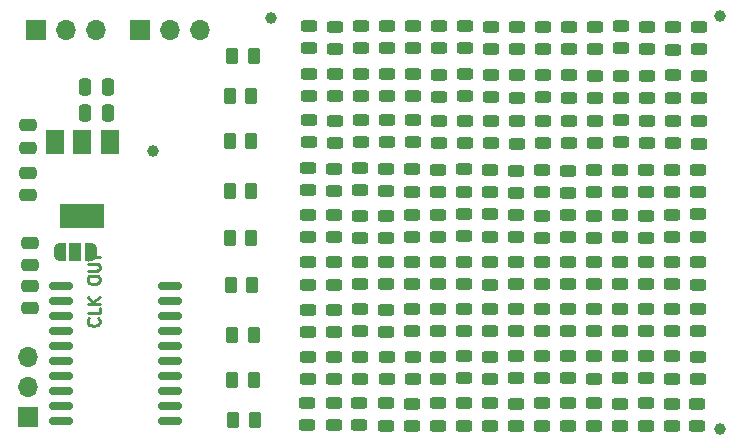
<source format=gbr>
%TF.GenerationSoftware,KiCad,Pcbnew,(6.0.2)*%
%TF.CreationDate,2022-05-10T14:03:59+02:00*%
%TF.ProjectId,AT806_Led-Matrix_backup,41543830-365f-44c6-9564-2d4d61747269,rev?*%
%TF.SameCoordinates,PX64e6140PY76a3180*%
%TF.FileFunction,Soldermask,Top*%
%TF.FilePolarity,Negative*%
%FSLAX46Y46*%
G04 Gerber Fmt 4.6, Leading zero omitted, Abs format (unit mm)*
G04 Created by KiCad (PCBNEW (6.0.2)) date 2022-05-10 14:03:59*
%MOMM*%
%LPD*%
G01*
G04 APERTURE LIST*
G04 Aperture macros list*
%AMRoundRect*
0 Rectangle with rounded corners*
0 $1 Rounding radius*
0 $2 $3 $4 $5 $6 $7 $8 $9 X,Y pos of 4 corners*
0 Add a 4 corners polygon primitive as box body*
4,1,4,$2,$3,$4,$5,$6,$7,$8,$9,$2,$3,0*
0 Add four circle primitives for the rounded corners*
1,1,$1+$1,$2,$3*
1,1,$1+$1,$4,$5*
1,1,$1+$1,$6,$7*
1,1,$1+$1,$8,$9*
0 Add four rect primitives between the rounded corners*
20,1,$1+$1,$2,$3,$4,$5,0*
20,1,$1+$1,$4,$5,$6,$7,0*
20,1,$1+$1,$6,$7,$8,$9,0*
20,1,$1+$1,$8,$9,$2,$3,0*%
%AMFreePoly0*
4,1,22,0.550000,-0.750000,0.000000,-0.750000,0.000000,-0.745033,-0.079941,-0.743568,-0.215256,-0.701293,-0.333266,-0.622738,-0.424486,-0.514219,-0.481581,-0.384460,-0.499164,-0.250000,-0.500000,-0.250000,-0.500000,0.250000,-0.499164,0.250000,-0.499963,0.256109,-0.478152,0.396186,-0.417904,0.524511,-0.324060,0.630769,-0.204165,0.706417,-0.067858,0.745374,0.000000,0.744959,0.000000,0.750000,
0.550000,0.750000,0.550000,-0.750000,0.550000,-0.750000,$1*%
%AMFreePoly1*
4,1,20,0.000000,0.744959,0.073905,0.744508,0.209726,0.703889,0.328688,0.626782,0.421226,0.519385,0.479903,0.390333,0.500000,0.250000,0.500000,-0.250000,0.499851,-0.262216,0.476331,-0.402017,0.414519,-0.529596,0.319384,-0.634700,0.198574,-0.708877,0.061801,-0.746166,0.000000,-0.745033,0.000000,-0.750000,-0.550000,-0.750000,-0.550000,0.750000,0.000000,0.750000,0.000000,0.744959,
0.000000,0.744959,$1*%
G04 Aperture macros list end*
%ADD10C,0.250000*%
%ADD11RoundRect,0.243750X-0.456250X0.243750X-0.456250X-0.243750X0.456250X-0.243750X0.456250X0.243750X0*%
%ADD12RoundRect,0.243750X0.456250X-0.243750X0.456250X0.243750X-0.456250X0.243750X-0.456250X-0.243750X0*%
%ADD13RoundRect,0.250000X0.262500X0.450000X-0.262500X0.450000X-0.262500X-0.450000X0.262500X-0.450000X0*%
%ADD14RoundRect,0.250000X-0.475000X0.250000X-0.475000X-0.250000X0.475000X-0.250000X0.475000X0.250000X0*%
%ADD15FreePoly0,0.000000*%
%ADD16R,1.000000X1.500000*%
%ADD17FreePoly1,0.000000*%
%ADD18RoundRect,0.250000X0.475000X-0.250000X0.475000X0.250000X-0.475000X0.250000X-0.475000X-0.250000X0*%
%ADD19RoundRect,0.250000X-0.250000X-0.475000X0.250000X-0.475000X0.250000X0.475000X-0.250000X0.475000X0*%
%ADD20R,1.700000X1.700000*%
%ADD21O,1.700000X1.700000*%
%ADD22RoundRect,0.250000X-0.262500X-0.450000X0.262500X-0.450000X0.262500X0.450000X-0.262500X0.450000X0*%
%ADD23RoundRect,0.150000X-0.875000X-0.150000X0.875000X-0.150000X0.875000X0.150000X-0.875000X0.150000X0*%
%ADD24C,1.000000*%
%ADD25R,1.500000X2.000000*%
%ADD26R,3.800000X2.000000*%
G04 APERTURE END LIST*
D10*
X7557142Y10195239D02*
X7604761Y10147620D01*
X7652380Y10004762D01*
X7652380Y9909524D01*
X7604761Y9766667D01*
X7509523Y9671429D01*
X7414285Y9623810D01*
X7223809Y9576191D01*
X7080952Y9576191D01*
X6890476Y9623810D01*
X6795238Y9671429D01*
X6700000Y9766667D01*
X6652380Y9909524D01*
X6652380Y10004762D01*
X6700000Y10147620D01*
X6747619Y10195239D01*
X7652380Y11100000D02*
X7652380Y10623810D01*
X6652380Y10623810D01*
X7652380Y11433334D02*
X6652380Y11433334D01*
X7652380Y12004762D02*
X7080952Y11576191D01*
X6652380Y12004762D02*
X7223809Y11433334D01*
X6652380Y13385715D02*
X6652380Y13576191D01*
X6700000Y13671429D01*
X6795238Y13766667D01*
X6985714Y13814286D01*
X7319047Y13814286D01*
X7509523Y13766667D01*
X7604761Y13671429D01*
X7652380Y13576191D01*
X7652380Y13385715D01*
X7604761Y13290477D01*
X7509523Y13195239D01*
X7319047Y13147620D01*
X6985714Y13147620D01*
X6795238Y13195239D01*
X6700000Y13290477D01*
X6652380Y13385715D01*
X6652380Y14242858D02*
X7461904Y14242858D01*
X7557142Y14290477D01*
X7604761Y14338096D01*
X7652380Y14433334D01*
X7652380Y14623810D01*
X7604761Y14719048D01*
X7557142Y14766667D01*
X7461904Y14814286D01*
X6652380Y14814286D01*
X6652380Y15147620D02*
X6652380Y15719048D01*
X7652380Y15433334D02*
X6652380Y15433334D01*
D11*
%TO.C,D125*%
X53900000Y14950000D03*
X53900000Y13075000D03*
%TD*%
%TO.C,D45*%
X36300000Y18937500D03*
X36300000Y17062500D03*
%TD*%
%TO.C,D46*%
X36300000Y14987500D03*
X36300000Y13112500D03*
%TD*%
D12*
%TO.C,D7*%
X25300000Y9062500D03*
X25300000Y10937500D03*
%TD*%
D11*
%TO.C,D144*%
X56100000Y2937500D03*
X56100000Y1062500D03*
%TD*%
%TO.C,D105*%
X54000000Y34862500D03*
X54000000Y32987500D03*
%TD*%
%TO.C,D122*%
X54000000Y26937500D03*
X54000000Y25062500D03*
%TD*%
%TO.C,D139*%
X58300000Y22737500D03*
X58300000Y20862500D03*
%TD*%
D13*
%TO.C,R1*%
X20512500Y29000000D03*
X18687500Y29000000D03*
%TD*%
D12*
%TO.C,D115*%
X51700000Y20900000D03*
X51700000Y22775000D03*
%TD*%
%TO.C,D2*%
X25350000Y29062500D03*
X25350000Y30937500D03*
%TD*%
%TO.C,D118*%
X51700000Y9162500D03*
X51700000Y11037500D03*
%TD*%
%TO.C,D100*%
X47300000Y17100000D03*
X47300000Y18975000D03*
%TD*%
%TO.C,D51*%
X38600000Y25062500D03*
X38600000Y26937500D03*
%TD*%
D11*
%TO.C,D78*%
X40750000Y11000000D03*
X40750000Y9125000D03*
%TD*%
%TO.C,D142*%
X58300000Y11000000D03*
X58300000Y9125000D03*
%TD*%
%TO.C,D41*%
X36400000Y34962500D03*
X36400000Y33087500D03*
%TD*%
%TO.C,D30*%
X31900000Y14950000D03*
X31900000Y13075000D03*
%TD*%
D12*
%TO.C,D102*%
X47350000Y9150000D03*
X47350000Y11025000D03*
%TD*%
D11*
%TO.C,D108*%
X49500000Y18900000D03*
X49500000Y17025000D03*
%TD*%
D12*
%TO.C,D68*%
X42900000Y20837500D03*
X42900000Y22712500D03*
%TD*%
%TO.C,D71*%
X38550000Y5125000D03*
X38550000Y7000000D03*
%TD*%
%TO.C,D1*%
X25400000Y33062500D03*
X25400000Y34937500D03*
%TD*%
D11*
%TO.C,D137*%
X58400000Y30700000D03*
X58400000Y28825000D03*
%TD*%
D14*
%TO.C,C2*%
X1600000Y22550000D03*
X1600000Y20650000D03*
%TD*%
D15*
%TO.C,JP1*%
X4300000Y15800000D03*
D16*
X5600000Y15800000D03*
D17*
X6900000Y15800000D03*
%TD*%
D11*
%TO.C,D92*%
X45100000Y18900000D03*
X45100000Y17025000D03*
%TD*%
%TO.C,D123*%
X53900000Y22737500D03*
X53900000Y20862500D03*
%TD*%
%TO.C,D57*%
X40800000Y34900000D03*
X40800000Y33025000D03*
%TD*%
%TO.C,D141*%
X58300000Y14937500D03*
X58300000Y13062500D03*
%TD*%
%TO.C,D143*%
X58350000Y6975000D03*
X58350000Y5100000D03*
%TD*%
D12*
%TO.C,D8*%
X25300000Y5062500D03*
X25300000Y6937500D03*
%TD*%
D11*
%TO.C,D77*%
X40700000Y14937500D03*
X40700000Y13062500D03*
%TD*%
D12*
%TO.C,D135*%
X56100000Y5112500D03*
X56100000Y6987500D03*
%TD*%
D11*
%TO.C,D29*%
X31900000Y18900000D03*
X31900000Y17025000D03*
%TD*%
%TO.C,D16*%
X27500000Y6937500D03*
X27500000Y5062500D03*
%TD*%
D18*
%TO.C,C1*%
X1600000Y24650000D03*
X1600000Y26550000D03*
%TD*%
D12*
%TO.C,D87*%
X42900000Y5125000D03*
X42900000Y7000000D03*
%TD*%
D11*
%TO.C,D128*%
X51700000Y2937500D03*
X51700000Y1062500D03*
%TD*%
D12*
%TO.C,D67*%
X43000000Y25000000D03*
X43000000Y26875000D03*
%TD*%
%TO.C,D72*%
X40700000Y1125000D03*
X40700000Y3000000D03*
%TD*%
D11*
%TO.C,D10*%
X27600000Y30937500D03*
X27600000Y29062500D03*
%TD*%
D12*
%TO.C,D18*%
X29800000Y29062500D03*
X29800000Y30937500D03*
%TD*%
D19*
%TO.C,C6*%
X6450000Y29800000D03*
X8350000Y29800000D03*
%TD*%
D11*
%TO.C,D28*%
X31900000Y22837500D03*
X31900000Y20962500D03*
%TD*%
D20*
%TO.C,J3*%
X1575000Y1875000D03*
D21*
X1575000Y4415000D03*
X1575000Y6955000D03*
%TD*%
D11*
%TO.C,D48*%
X29650000Y3012500D03*
X29650000Y1137500D03*
%TD*%
D12*
%TO.C,D119*%
X51700000Y5150000D03*
X51700000Y7025000D03*
%TD*%
%TO.C,D116*%
X51700000Y17100000D03*
X51700000Y18975000D03*
%TD*%
%TO.C,D103*%
X47350000Y5162500D03*
X47350000Y7037500D03*
%TD*%
D11*
%TO.C,D61*%
X40700000Y19000000D03*
X40700000Y17125000D03*
%TD*%
%TO.C,D60*%
X40700000Y22737500D03*
X40700000Y20862500D03*
%TD*%
D12*
%TO.C,D56*%
X36300000Y1125000D03*
X36300000Y3000000D03*
%TD*%
D20*
%TO.C,J1*%
X2275000Y34625000D03*
D21*
X4815000Y34625000D03*
X7355000Y34625000D03*
%TD*%
D12*
%TO.C,D113*%
X56200000Y32962500D03*
X56200000Y34837500D03*
%TD*%
%TO.C,D136*%
X58200000Y1062500D03*
X58200000Y2937500D03*
%TD*%
D11*
%TO.C,D140*%
X58300000Y19000000D03*
X58300000Y17125000D03*
%TD*%
D12*
%TO.C,D114*%
X51800000Y25100000D03*
X51800000Y26975000D03*
%TD*%
D11*
%TO.C,D79*%
X40750000Y6975000D03*
X40750000Y5100000D03*
%TD*%
D22*
%TO.C,R8*%
X18687500Y21000000D03*
X20512500Y21000000D03*
%TD*%
D12*
%TO.C,D117*%
X51700000Y13100000D03*
X51700000Y14975000D03*
%TD*%
D11*
%TO.C,D15*%
X27500000Y10937500D03*
X27500000Y9062500D03*
%TD*%
D12*
%TO.C,D129*%
X56200000Y28900000D03*
X56200000Y30775000D03*
%TD*%
%TO.C,D4*%
X25300000Y21062500D03*
X25300000Y22937500D03*
%TD*%
D20*
%TO.C,J2*%
X11075000Y34625000D03*
D21*
X13615000Y34625000D03*
X16155000Y34625000D03*
%TD*%
D12*
%TO.C,D17*%
X29800000Y33062500D03*
X29800000Y34937500D03*
%TD*%
D11*
%TO.C,D126*%
X53900000Y11000000D03*
X53900000Y9125000D03*
%TD*%
%TO.C,D31*%
X31900000Y10950000D03*
X31900000Y9075000D03*
%TD*%
D12*
%TO.C,D65*%
X43000000Y32987500D03*
X43000000Y34862500D03*
%TD*%
D13*
%TO.C,R2*%
X20712500Y32400000D03*
X18887500Y32400000D03*
%TD*%
D11*
%TO.C,D121*%
X58400000Y34862500D03*
X58400000Y32987500D03*
%TD*%
%TO.C,D124*%
X53900000Y18900000D03*
X53900000Y17025000D03*
%TD*%
%TO.C,D27*%
X32000000Y27000000D03*
X32000000Y25125000D03*
%TD*%
D12*
%TO.C,D35*%
X34200000Y25100000D03*
X34200000Y26975000D03*
%TD*%
D23*
%TO.C,U1*%
X4350000Y12915000D03*
X4350000Y11645000D03*
X4350000Y10375000D03*
X4350000Y9105000D03*
X4350000Y7835000D03*
X4350000Y6565000D03*
X4350000Y5295000D03*
X4350000Y4025000D03*
X4350000Y2755000D03*
X4350000Y1485000D03*
X13650000Y1485000D03*
X13650000Y2755000D03*
X13650000Y4025000D03*
X13650000Y5295000D03*
X13650000Y6565000D03*
X13650000Y7835000D03*
X13650000Y9105000D03*
X13650000Y10375000D03*
X13650000Y11645000D03*
X13650000Y12915000D03*
%TD*%
D11*
%TO.C,D109*%
X49550000Y14950000D03*
X49550000Y13075000D03*
%TD*%
D24*
%TO.C,FID1*%
X60200000Y800000D03*
%TD*%
D11*
%TO.C,D89*%
X49600000Y34862500D03*
X49600000Y32987500D03*
%TD*%
%TO.C,D32*%
X25250000Y3037500D03*
X25250000Y1162500D03*
%TD*%
%TO.C,D95*%
X45100000Y7000000D03*
X45100000Y5125000D03*
%TD*%
D12*
%TO.C,D134*%
X56100000Y9150000D03*
X56100000Y11025000D03*
%TD*%
%TO.C,D38*%
X34100000Y13100000D03*
X34100000Y14975000D03*
%TD*%
%TO.C,D101*%
X47350000Y13100000D03*
X47350000Y14975000D03*
%TD*%
%TO.C,D50*%
X38600000Y29000000D03*
X38600000Y30875000D03*
%TD*%
D11*
%TO.C,D12*%
X27500000Y22875000D03*
X27500000Y21000000D03*
%TD*%
D12*
%TO.C,D23*%
X29700000Y9100000D03*
X29700000Y10975000D03*
%TD*%
D22*
%TO.C,R9*%
X18887500Y5000000D03*
X20712500Y5000000D03*
%TD*%
D11*
%TO.C,D26*%
X32000000Y30900000D03*
X32000000Y29025000D03*
%TD*%
%TO.C,D9*%
X27600000Y34900000D03*
X27600000Y33025000D03*
%TD*%
%TO.C,D111*%
X49550000Y6987500D03*
X49550000Y5112500D03*
%TD*%
%TO.C,D80*%
X38500000Y3000000D03*
X38500000Y1125000D03*
%TD*%
%TO.C,D138*%
X58400000Y26875000D03*
X58400000Y25000000D03*
%TD*%
%TO.C,D127*%
X53900000Y7000000D03*
X53900000Y5125000D03*
%TD*%
%TO.C,D74*%
X45200000Y30800000D03*
X45200000Y28925000D03*
%TD*%
D12*
%TO.C,D54*%
X34100000Y9100000D03*
X34100000Y10975000D03*
%TD*%
D11*
%TO.C,D43*%
X36400000Y26937500D03*
X36400000Y25062500D03*
%TD*%
D12*
%TO.C,D20*%
X29700000Y21037500D03*
X29700000Y22912500D03*
%TD*%
D24*
%TO.C,REF\u002A\u002A*%
X12200000Y24400000D03*
X12200000Y24400000D03*
%TD*%
D11*
%TO.C,D90*%
X49600000Y30737500D03*
X49600000Y28862500D03*
%TD*%
%TO.C,D14*%
X27500000Y14937500D03*
X27500000Y13062500D03*
%TD*%
%TO.C,D47*%
X31950000Y6950000D03*
X31950000Y5075000D03*
%TD*%
D12*
%TO.C,D19*%
X29800000Y25125000D03*
X29800000Y27000000D03*
%TD*%
%TO.C,D52*%
X38500000Y20937500D03*
X38500000Y22812500D03*
%TD*%
%TO.C,D120*%
X53900000Y1125000D03*
X53900000Y3000000D03*
%TD*%
%TO.C,D104*%
X49500000Y1125000D03*
X49500000Y3000000D03*
%TD*%
D25*
%TO.C,U2*%
X8500000Y25150000D03*
D26*
X6200000Y18850000D03*
D25*
X6200000Y25150000D03*
X3900000Y25150000D03*
%TD*%
D12*
%TO.C,D83*%
X47400000Y25062500D03*
X47400000Y26937500D03*
%TD*%
%TO.C,D98*%
X51800000Y28862500D03*
X51800000Y30737500D03*
%TD*%
%TO.C,D53*%
X38500000Y17162500D03*
X38500000Y19037500D03*
%TD*%
%TO.C,D21*%
X29700000Y17037500D03*
X29700000Y18912500D03*
%TD*%
%TO.C,D40*%
X31900000Y1125000D03*
X31900000Y3000000D03*
%TD*%
%TO.C,D49*%
X38600000Y33062500D03*
X38600000Y34937500D03*
%TD*%
D11*
%TO.C,D63*%
X36350000Y6950000D03*
X36350000Y5075000D03*
%TD*%
D12*
%TO.C,D34*%
X34200000Y29000000D03*
X34200000Y30875000D03*
%TD*%
%TO.C,D24*%
X27500000Y1175000D03*
X27500000Y3050000D03*
%TD*%
D11*
%TO.C,D25*%
X32000000Y34937500D03*
X32000000Y33062500D03*
%TD*%
D13*
%TO.C,R3*%
X20512500Y17000000D03*
X18687500Y17000000D03*
%TD*%
D12*
%TO.C,D86*%
X42900000Y9150000D03*
X42900000Y11025000D03*
%TD*%
D24*
%TO.C,REF\u002A\u002A*%
X22200000Y35600000D03*
X22200000Y35600000D03*
%TD*%
D11*
%TO.C,D96*%
X42900000Y2937500D03*
X42900000Y1062500D03*
%TD*%
D12*
%TO.C,D36*%
X34100000Y20937500D03*
X34100000Y22812500D03*
%TD*%
D22*
%TO.C,R7*%
X18775000Y13000000D03*
X20600000Y13000000D03*
%TD*%
D12*
%TO.C,D66*%
X43000000Y28900000D03*
X43000000Y30775000D03*
%TD*%
D14*
%TO.C,C3*%
X1800000Y12950000D03*
X1800000Y11050000D03*
%TD*%
D11*
%TO.C,D42*%
X36400000Y30837500D03*
X36400000Y28962500D03*
%TD*%
%TO.C,D62*%
X36350000Y11000000D03*
X36350000Y9125000D03*
%TD*%
D13*
%TO.C,R6*%
X20712500Y8800000D03*
X18887500Y8800000D03*
%TD*%
D12*
%TO.C,D6*%
X25300000Y13062500D03*
X25300000Y14937500D03*
%TD*%
D11*
%TO.C,D73*%
X45200000Y34862500D03*
X45200000Y32987500D03*
%TD*%
D12*
%TO.C,D33*%
X34200000Y33125000D03*
X34200000Y35000000D03*
%TD*%
D11*
%TO.C,D59*%
X40800000Y26900000D03*
X40800000Y25025000D03*
%TD*%
D12*
%TO.C,D81*%
X47400000Y32987500D03*
X47400000Y34862500D03*
%TD*%
%TO.C,D131*%
X56100000Y20900000D03*
X56100000Y22775000D03*
%TD*%
D11*
%TO.C,D110*%
X49550000Y11000000D03*
X49550000Y9125000D03*
%TD*%
%TO.C,D94*%
X45100000Y11000000D03*
X45100000Y9125000D03*
%TD*%
D12*
%TO.C,D84*%
X42900000Y17100000D03*
X42900000Y18975000D03*
%TD*%
%TO.C,D130*%
X56200000Y25062500D03*
X56200000Y26937500D03*
%TD*%
D11*
%TO.C,D11*%
X27600000Y26937500D03*
X27600000Y25062500D03*
%TD*%
D12*
%TO.C,D55*%
X34150000Y5100000D03*
X34150000Y6975000D03*
%TD*%
D11*
%TO.C,D91*%
X49600000Y26900000D03*
X49600000Y25025000D03*
%TD*%
D12*
%TO.C,D82*%
X47400000Y28900000D03*
X47400000Y30775000D03*
%TD*%
D11*
%TO.C,D106*%
X54000000Y30737500D03*
X54000000Y28862500D03*
%TD*%
D13*
%TO.C,R5*%
X20800000Y1600000D03*
X18975000Y1600000D03*
%TD*%
D12*
%TO.C,D97*%
X51800000Y33062500D03*
X51800000Y34937500D03*
%TD*%
D11*
%TO.C,D93*%
X45150000Y14975000D03*
X45150000Y13100000D03*
%TD*%
D19*
%TO.C,C5*%
X6450000Y27600000D03*
X8350000Y27600000D03*
%TD*%
D12*
%TO.C,D99*%
X47300000Y20837500D03*
X47300000Y22712500D03*
%TD*%
D11*
%TO.C,D64*%
X34100000Y2937500D03*
X34100000Y1062500D03*
%TD*%
%TO.C,D13*%
X27500000Y18937500D03*
X27500000Y17062500D03*
%TD*%
D12*
%TO.C,D85*%
X42900000Y13100000D03*
X42900000Y14975000D03*
%TD*%
%TO.C,D88*%
X45100000Y1125000D03*
X45100000Y3000000D03*
%TD*%
%TO.C,D39*%
X29700000Y5100000D03*
X29700000Y6975000D03*
%TD*%
%TO.C,D133*%
X56100000Y13100000D03*
X56100000Y14975000D03*
%TD*%
D11*
%TO.C,D112*%
X47300000Y3000000D03*
X47300000Y1125000D03*
%TD*%
D24*
%TO.C,REF\u002A\u002A*%
X60200000Y35800000D03*
%TD*%
D12*
%TO.C,D70*%
X38550000Y9150000D03*
X38550000Y11025000D03*
%TD*%
D18*
%TO.C,C4*%
X1800000Y14700000D03*
X1800000Y16600000D03*
%TD*%
D12*
%TO.C,D132*%
X56100000Y17100000D03*
X56100000Y18975000D03*
%TD*%
D11*
%TO.C,D107*%
X49500000Y22737500D03*
X49500000Y20862500D03*
%TD*%
%TO.C,D44*%
X36300000Y22737500D03*
X36300000Y20862500D03*
%TD*%
%TO.C,D58*%
X40800000Y30800000D03*
X40800000Y28925000D03*
%TD*%
D13*
%TO.C,R4*%
X20512500Y25200000D03*
X18687500Y25200000D03*
%TD*%
D12*
%TO.C,D5*%
X25300000Y17062500D03*
X25300000Y18937500D03*
%TD*%
D11*
%TO.C,D76*%
X45100000Y22737500D03*
X45100000Y20862500D03*
%TD*%
%TO.C,D75*%
X45200000Y26900000D03*
X45200000Y25025000D03*
%TD*%
D12*
%TO.C,D22*%
X29700000Y13100000D03*
X29700000Y14975000D03*
%TD*%
%TO.C,D3*%
X25400000Y25162500D03*
X25400000Y27037500D03*
%TD*%
%TO.C,D37*%
X34100000Y17100000D03*
X34100000Y18975000D03*
%TD*%
%TO.C,D69*%
X38500000Y13112500D03*
X38500000Y14987500D03*
%TD*%
M02*

</source>
